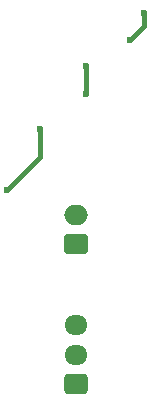
<source format=gbl>
G04 #@! TF.GenerationSoftware,KiCad,Pcbnew,7.0.7*
G04 #@! TF.CreationDate,2024-01-05T06:13:14+01:00*
G04 #@! TF.ProjectId,microscope,6d696372-6f73-4636-9f70-652e6b696361,rev?*
G04 #@! TF.SameCoordinates,Original*
G04 #@! TF.FileFunction,Copper,L2,Bot*
G04 #@! TF.FilePolarity,Positive*
%FSLAX46Y46*%
G04 Gerber Fmt 4.6, Leading zero omitted, Abs format (unit mm)*
G04 Created by KiCad (PCBNEW 7.0.7) date 2024-01-05 06:13:14*
%MOMM*%
%LPD*%
G01*
G04 APERTURE LIST*
G04 Aperture macros list*
%AMRoundRect*
0 Rectangle with rounded corners*
0 $1 Rounding radius*
0 $2 $3 $4 $5 $6 $7 $8 $9 X,Y pos of 4 corners*
0 Add a 4 corners polygon primitive as box body*
4,1,4,$2,$3,$4,$5,$6,$7,$8,$9,$2,$3,0*
0 Add four circle primitives for the rounded corners*
1,1,$1+$1,$2,$3*
1,1,$1+$1,$4,$5*
1,1,$1+$1,$6,$7*
1,1,$1+$1,$8,$9*
0 Add four rect primitives between the rounded corners*
20,1,$1+$1,$2,$3,$4,$5,0*
20,1,$1+$1,$4,$5,$6,$7,0*
20,1,$1+$1,$6,$7,$8,$9,0*
20,1,$1+$1,$8,$9,$2,$3,0*%
G04 Aperture macros list end*
G04 #@! TA.AperFunction,ComponentPad*
%ADD10RoundRect,0.250000X0.725000X-0.600000X0.725000X0.600000X-0.725000X0.600000X-0.725000X-0.600000X0*%
G04 #@! TD*
G04 #@! TA.AperFunction,ComponentPad*
%ADD11O,1.950000X1.700000*%
G04 #@! TD*
G04 #@! TA.AperFunction,ComponentPad*
%ADD12RoundRect,0.250000X0.750000X-0.600000X0.750000X0.600000X-0.750000X0.600000X-0.750000X-0.600000X0*%
G04 #@! TD*
G04 #@! TA.AperFunction,ComponentPad*
%ADD13O,2.000000X1.700000*%
G04 #@! TD*
G04 #@! TA.AperFunction,ViaPad*
%ADD14C,0.600000*%
G04 #@! TD*
G04 #@! TA.AperFunction,Conductor*
%ADD15C,0.400000*%
G04 #@! TD*
G04 APERTURE END LIST*
D10*
X130497631Y-137946208D03*
D11*
X130497631Y-135446208D03*
X130497631Y-132946208D03*
D12*
X130497631Y-126096208D03*
D13*
X130497631Y-123596208D03*
D14*
X124700000Y-121500000D03*
X127500000Y-116300000D03*
X131400000Y-111000000D03*
X131400000Y-113400000D03*
X135100000Y-108800000D03*
X136300000Y-106500000D03*
D15*
X127500000Y-116300000D02*
X127500000Y-118700000D01*
X127500000Y-118700000D02*
X124700000Y-121500000D01*
X131400000Y-111000000D02*
X131400000Y-113400000D01*
X136300000Y-106500000D02*
X136300000Y-107600000D01*
X136300000Y-107600000D02*
X135100000Y-108800000D01*
M02*

</source>
